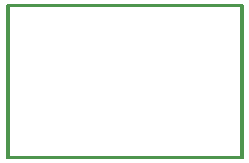
<source format=gko>
%FSLAX25Y25*%
%MOIN*%
G70*
G01*
G75*
G04 Layer_Color=16711935*
%ADD10R,0.02756X0.03347*%
%ADD11R,0.03347X0.02756*%
%ADD12O,0.03543X0.01969*%
%ADD13O,0.03543X0.01969*%
%ADD14R,0.03543X0.01969*%
%ADD15R,0.02362X0.02362*%
%ADD16R,0.02200X0.01378*%
%ADD17O,0.01102X0.03937*%
%ADD18O,0.03937X0.01102*%
%ADD19R,0.05906X0.05906*%
%ADD20R,0.02362X0.02362*%
%ADD21O,0.02400X0.00800*%
%ADD22O,0.00800X0.02400*%
%ADD23O,0.02756X0.00787*%
%ADD24O,0.00787X0.02756*%
%ADD25C,0.00600*%
%ADD26C,0.01000*%
%ADD27C,0.02000*%
%ADD28C,0.00800*%
%ADD29C,0.01500*%
%ADD30C,0.00500*%
%ADD31C,0.05906*%
%ADD32C,0.02000*%
%ADD33C,0.00787*%
%ADD34C,0.00984*%
%ADD35R,0.03556X0.04147*%
%ADD36R,0.04147X0.03556*%
%ADD37O,0.04343X0.02769*%
%ADD38O,0.04343X0.02769*%
%ADD39R,0.04343X0.02769*%
%ADD40R,0.03162X0.03162*%
%ADD41R,0.03000X0.02178*%
%ADD42O,0.01902X0.04737*%
%ADD43O,0.04737X0.01902*%
%ADD44R,0.06706X0.06706*%
%ADD45R,0.03162X0.03162*%
%ADD46O,0.03200X0.01600*%
%ADD47O,0.01600X0.03200*%
%ADD48O,0.03556X0.01587*%
%ADD49O,0.01587X0.03556*%
%ADD50C,0.06706*%
D30*
X600Y-400D02*
X78200D01*
Y-50600D02*
Y-400D01*
X600Y-50600D02*
X78200D01*
X600D02*
Y-400D01*
X0Y-51181D02*
Y0D01*
Y-51181D02*
X78740D01*
Y0D01*
X0D02*
X78740D01*
M02*

</source>
